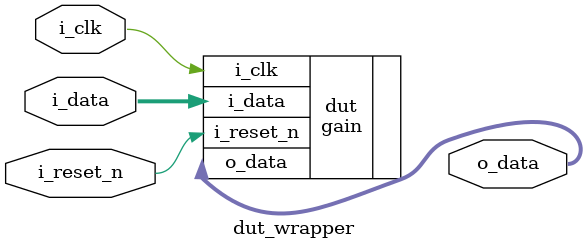
<source format=sv>
`timescale 1ps/1ps

module dut_wrapper(
    input wire i_clk,
    input wire i_reset_n,
    input wire [7:0] i_data,
    output wire [7:0] o_data
);

gain dut (
    .i_clk(i_clk),
    .i_reset_n(i_reset_n),
    .i_data(i_data),
    .o_data(o_data)
);

endmodule
</source>
